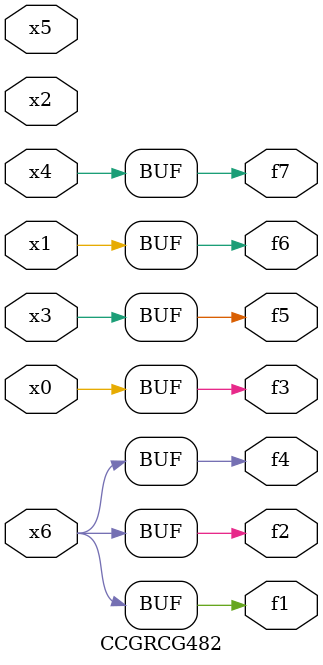
<source format=v>
module CCGRCG482(
	input x0, x1, x2, x3, x4, x5, x6,
	output f1, f2, f3, f4, f5, f6, f7
);
	assign f1 = x6;
	assign f2 = x6;
	assign f3 = x0;
	assign f4 = x6;
	assign f5 = x3;
	assign f6 = x1;
	assign f7 = x4;
endmodule

</source>
